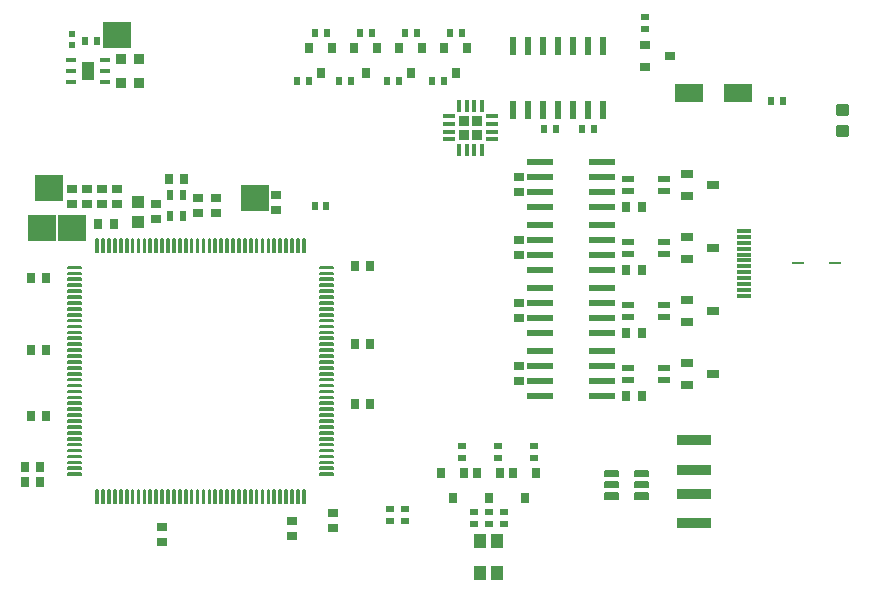
<source format=gbr>
G04 EAGLE Gerber RS-274X export*
G75*
%MOMM*%
%FSLAX34Y34*%
%LPD*%
%INSolderpaste Top*%
%IPPOS*%
%AMOC8*
5,1,8,0,0,1.08239X$1,22.5*%
G01*
%ADD10R,0.600000X0.700000*%
%ADD11R,0.508000X0.965200*%
%ADD12R,0.900000X0.700000*%
%ADD13R,0.700000X0.900000*%
%ADD14R,1.000000X1.100000*%
%ADD15R,2.200000X0.600000*%
%ADD16R,1.050000X0.500000*%
%ADD17R,1.000000X0.700000*%
%ADD18R,0.600000X1.500000*%
%ADD19R,0.800000X0.900000*%
%ADD20R,0.535100X0.644000*%
%ADD21R,1.100000X1.150000*%
%ADD22R,0.700000X0.600000*%
%ADD23R,3.000000X0.900000*%
%ADD24C,0.145000*%
%ADD25C,0.159000*%
%ADD26R,1.200000X0.300000*%
%ADD27R,1.000000X0.200000*%
%ADD28R,2.392000X1.565300*%
%ADD29R,0.900000X0.800000*%
%ADD30R,0.644000X0.535100*%
%ADD31C,0.300000*%
%ADD32R,1.011931X1.581138*%
%ADD33R,0.840000X0.420000*%
%ADD34R,0.920900X0.970200*%
%ADD35R,0.629100X0.560000*%
%ADD36R,2.489200X2.235200*%
%ADD37R,0.960000X0.960000*%
%ADD38R,1.050000X0.340000*%
%ADD39R,0.340000X1.050000*%


D10*
X396160Y363220D03*
X386160Y363220D03*
D11*
X263525Y371983D03*
X263525Y354457D03*
X274955Y354457D03*
X274955Y371983D03*
D12*
X287020Y356720D03*
X287020Y369720D03*
D13*
X262740Y386080D03*
X275740Y386080D03*
D14*
X236220Y349640D03*
X236220Y366640D03*
D13*
X420220Y312420D03*
X433220Y312420D03*
X153820Y129540D03*
X140820Y129540D03*
X158900Y241300D03*
X145900Y241300D03*
X158900Y185420D03*
X145900Y185420D03*
D12*
X302260Y356720D03*
X302260Y369720D03*
X401320Y103020D03*
X401320Y90020D03*
D13*
X420220Y195580D03*
X433220Y195580D03*
X420220Y246380D03*
X433220Y246380D03*
X158900Y302260D03*
X145900Y302260D03*
D12*
X256540Y91590D03*
X256540Y78590D03*
X353060Y359260D03*
X353060Y372260D03*
X180340Y364340D03*
X180340Y377340D03*
X193040Y364340D03*
X193040Y377340D03*
X218440Y364340D03*
X218440Y377340D03*
D13*
X203050Y347980D03*
X216050Y347980D03*
D12*
X367030Y96670D03*
X367030Y83670D03*
D13*
X153820Y142240D03*
X140820Y142240D03*
D15*
X577250Y280670D03*
X629250Y280670D03*
X577250Y293370D03*
X577250Y267970D03*
X577250Y255270D03*
X629250Y293370D03*
X629250Y267970D03*
X629250Y255270D03*
D13*
X650090Y255270D03*
X663090Y255270D03*
D12*
X558800Y267820D03*
X558800Y280820D03*
D16*
X651500Y279320D03*
X651500Y269320D03*
X682000Y269320D03*
X682000Y279320D03*
D17*
X723470Y274320D03*
X701470Y264820D03*
X701470Y283820D03*
D15*
X577250Y334010D03*
X629250Y334010D03*
X577250Y346710D03*
X577250Y321310D03*
X577250Y308610D03*
X629250Y346710D03*
X629250Y321310D03*
X629250Y308610D03*
D13*
X650090Y308610D03*
X663090Y308610D03*
D12*
X558800Y321160D03*
X558800Y334160D03*
D16*
X651500Y332660D03*
X651500Y322660D03*
X682000Y322660D03*
X682000Y332660D03*
D17*
X723470Y327660D03*
X701470Y318160D03*
X701470Y337160D03*
D15*
X577250Y387350D03*
X629250Y387350D03*
X577250Y400050D03*
X577250Y374650D03*
X577250Y361950D03*
X629250Y400050D03*
X629250Y374650D03*
X629250Y361950D03*
D13*
X650090Y361950D03*
X663090Y361950D03*
D12*
X558800Y374500D03*
X558800Y387500D03*
D16*
X651500Y386000D03*
X651500Y376000D03*
X682000Y376000D03*
X682000Y386000D03*
D17*
X723470Y381000D03*
X701470Y371500D03*
X701470Y390500D03*
D15*
X577250Y227330D03*
X629250Y227330D03*
X577250Y240030D03*
X577250Y214630D03*
X577250Y201930D03*
X629250Y240030D03*
X629250Y214630D03*
X629250Y201930D03*
D13*
X650090Y201930D03*
X663090Y201930D03*
D12*
X558800Y214480D03*
X558800Y227480D03*
D16*
X651500Y225980D03*
X651500Y215980D03*
X682000Y215980D03*
X682000Y225980D03*
D17*
X723470Y220980D03*
X701470Y211480D03*
X701470Y230480D03*
D18*
X629920Y498170D03*
X617220Y498170D03*
X604520Y498170D03*
X591820Y498170D03*
X579120Y498170D03*
X566420Y498170D03*
X553720Y498170D03*
X553720Y444170D03*
X566420Y444170D03*
X579120Y444170D03*
X591820Y444170D03*
X604520Y444170D03*
X617220Y444170D03*
X629920Y444170D03*
D19*
X476860Y496410D03*
X457860Y496410D03*
X467360Y475410D03*
X514960Y496410D03*
X495960Y496410D03*
X505460Y475410D03*
X400660Y496410D03*
X381660Y496410D03*
X391160Y475410D03*
X438760Y496410D03*
X419760Y496410D03*
X429260Y475410D03*
D20*
X462285Y509270D03*
X472435Y509270D03*
X457195Y468630D03*
X447045Y468630D03*
X500385Y509270D03*
X510535Y509270D03*
X495295Y468630D03*
X485145Y468630D03*
X386085Y509270D03*
X396235Y509270D03*
X380995Y468630D03*
X370845Y468630D03*
X424185Y509270D03*
X434335Y509270D03*
X416555Y468630D03*
X406405Y468630D03*
D12*
X251460Y351640D03*
X251460Y364640D03*
D21*
X525900Y52290D03*
X540900Y52290D03*
X540900Y79790D03*
X525900Y79790D03*
D19*
X573380Y137000D03*
X554380Y137000D03*
X563880Y116000D03*
X542900Y137000D03*
X523900Y137000D03*
X533400Y116000D03*
X512420Y137000D03*
X493420Y137000D03*
X502920Y116000D03*
D22*
X546100Y94060D03*
X546100Y104060D03*
X533400Y94060D03*
X533400Y104060D03*
X520700Y94060D03*
X520700Y104060D03*
D23*
X707660Y119540D03*
X707660Y94540D03*
X707660Y139540D03*
X707660Y164540D03*
D24*
X643015Y134325D02*
X632365Y134325D01*
X632365Y138675D01*
X643015Y138675D01*
X643015Y134325D01*
X643015Y135702D02*
X632365Y135702D01*
X632365Y137079D02*
X643015Y137079D01*
X643015Y138456D02*
X632365Y138456D01*
X632365Y124825D02*
X643015Y124825D01*
X632365Y124825D02*
X632365Y129175D01*
X643015Y129175D01*
X643015Y124825D01*
X643015Y126202D02*
X632365Y126202D01*
X632365Y127579D02*
X643015Y127579D01*
X643015Y128956D02*
X632365Y128956D01*
X632365Y115325D02*
X643015Y115325D01*
X632365Y115325D02*
X632365Y119675D01*
X643015Y119675D01*
X643015Y115325D01*
X643015Y116702D02*
X632365Y116702D01*
X632365Y118079D02*
X643015Y118079D01*
X643015Y119456D02*
X632365Y119456D01*
X657465Y115325D02*
X668115Y115325D01*
X657465Y115325D02*
X657465Y119675D01*
X668115Y119675D01*
X668115Y115325D01*
X668115Y116702D02*
X657465Y116702D01*
X657465Y118079D02*
X668115Y118079D01*
X668115Y119456D02*
X657465Y119456D01*
X657465Y124825D02*
X668115Y124825D01*
X657465Y124825D02*
X657465Y129175D01*
X668115Y129175D01*
X668115Y124825D01*
X668115Y126202D02*
X657465Y126202D01*
X657465Y127579D02*
X668115Y127579D01*
X668115Y128956D02*
X657465Y128956D01*
X657465Y134325D02*
X668115Y134325D01*
X657465Y134325D02*
X657465Y138675D01*
X668115Y138675D01*
X668115Y134325D01*
X668115Y135702D02*
X657465Y135702D01*
X657465Y137079D02*
X668115Y137079D01*
X668115Y138456D02*
X657465Y138456D01*
D22*
X449580Y106600D03*
X449580Y96600D03*
X462280Y106600D03*
X462280Y96600D03*
D25*
X377765Y324315D02*
X377765Y335325D01*
X377765Y324315D02*
X376355Y324315D01*
X376355Y335325D01*
X377765Y335325D01*
X377765Y325825D02*
X376355Y325825D01*
X376355Y327335D02*
X377765Y327335D01*
X377765Y328845D02*
X376355Y328845D01*
X376355Y330355D02*
X377765Y330355D01*
X377765Y331865D02*
X376355Y331865D01*
X376355Y333375D02*
X377765Y333375D01*
X377765Y334885D02*
X376355Y334885D01*
X372765Y335325D02*
X372765Y324315D01*
X371355Y324315D01*
X371355Y335325D01*
X372765Y335325D01*
X372765Y325825D02*
X371355Y325825D01*
X371355Y327335D02*
X372765Y327335D01*
X372765Y328845D02*
X371355Y328845D01*
X371355Y330355D02*
X372765Y330355D01*
X372765Y331865D02*
X371355Y331865D01*
X371355Y333375D02*
X372765Y333375D01*
X372765Y334885D02*
X371355Y334885D01*
X367765Y335325D02*
X367765Y324315D01*
X366355Y324315D01*
X366355Y335325D01*
X367765Y335325D01*
X367765Y325825D02*
X366355Y325825D01*
X366355Y327335D02*
X367765Y327335D01*
X367765Y328845D02*
X366355Y328845D01*
X366355Y330355D02*
X367765Y330355D01*
X367765Y331865D02*
X366355Y331865D01*
X366355Y333375D02*
X367765Y333375D01*
X367765Y334885D02*
X366355Y334885D01*
X362765Y335325D02*
X362765Y324315D01*
X361355Y324315D01*
X361355Y335325D01*
X362765Y335325D01*
X362765Y325825D02*
X361355Y325825D01*
X361355Y327335D02*
X362765Y327335D01*
X362765Y328845D02*
X361355Y328845D01*
X361355Y330355D02*
X362765Y330355D01*
X362765Y331865D02*
X361355Y331865D01*
X361355Y333375D02*
X362765Y333375D01*
X362765Y334885D02*
X361355Y334885D01*
X357765Y335325D02*
X357765Y324315D01*
X356355Y324315D01*
X356355Y335325D01*
X357765Y335325D01*
X357765Y325825D02*
X356355Y325825D01*
X356355Y327335D02*
X357765Y327335D01*
X357765Y328845D02*
X356355Y328845D01*
X356355Y330355D02*
X357765Y330355D01*
X357765Y331865D02*
X356355Y331865D01*
X356355Y333375D02*
X357765Y333375D01*
X357765Y334885D02*
X356355Y334885D01*
X352765Y335325D02*
X352765Y324315D01*
X351355Y324315D01*
X351355Y335325D01*
X352765Y335325D01*
X352765Y325825D02*
X351355Y325825D01*
X351355Y327335D02*
X352765Y327335D01*
X352765Y328845D02*
X351355Y328845D01*
X351355Y330355D02*
X352765Y330355D01*
X352765Y331865D02*
X351355Y331865D01*
X351355Y333375D02*
X352765Y333375D01*
X352765Y334885D02*
X351355Y334885D01*
X347765Y335325D02*
X347765Y324315D01*
X346355Y324315D01*
X346355Y335325D01*
X347765Y335325D01*
X347765Y325825D02*
X346355Y325825D01*
X346355Y327335D02*
X347765Y327335D01*
X347765Y328845D02*
X346355Y328845D01*
X346355Y330355D02*
X347765Y330355D01*
X347765Y331865D02*
X346355Y331865D01*
X346355Y333375D02*
X347765Y333375D01*
X347765Y334885D02*
X346355Y334885D01*
X342765Y335325D02*
X342765Y324315D01*
X341355Y324315D01*
X341355Y335325D01*
X342765Y335325D01*
X342765Y325825D02*
X341355Y325825D01*
X341355Y327335D02*
X342765Y327335D01*
X342765Y328845D02*
X341355Y328845D01*
X341355Y330355D02*
X342765Y330355D01*
X342765Y331865D02*
X341355Y331865D01*
X341355Y333375D02*
X342765Y333375D01*
X342765Y334885D02*
X341355Y334885D01*
X337765Y335325D02*
X337765Y324315D01*
X336355Y324315D01*
X336355Y335325D01*
X337765Y335325D01*
X337765Y325825D02*
X336355Y325825D01*
X336355Y327335D02*
X337765Y327335D01*
X337765Y328845D02*
X336355Y328845D01*
X336355Y330355D02*
X337765Y330355D01*
X337765Y331865D02*
X336355Y331865D01*
X336355Y333375D02*
X337765Y333375D01*
X337765Y334885D02*
X336355Y334885D01*
X332765Y335325D02*
X332765Y324315D01*
X331355Y324315D01*
X331355Y335325D01*
X332765Y335325D01*
X332765Y325825D02*
X331355Y325825D01*
X331355Y327335D02*
X332765Y327335D01*
X332765Y328845D02*
X331355Y328845D01*
X331355Y330355D02*
X332765Y330355D01*
X332765Y331865D02*
X331355Y331865D01*
X331355Y333375D02*
X332765Y333375D01*
X332765Y334885D02*
X331355Y334885D01*
X327765Y335325D02*
X327765Y324315D01*
X326355Y324315D01*
X326355Y335325D01*
X327765Y335325D01*
X327765Y325825D02*
X326355Y325825D01*
X326355Y327335D02*
X327765Y327335D01*
X327765Y328845D02*
X326355Y328845D01*
X326355Y330355D02*
X327765Y330355D01*
X327765Y331865D02*
X326355Y331865D01*
X326355Y333375D02*
X327765Y333375D01*
X327765Y334885D02*
X326355Y334885D01*
X322765Y335325D02*
X322765Y324315D01*
X321355Y324315D01*
X321355Y335325D01*
X322765Y335325D01*
X322765Y325825D02*
X321355Y325825D01*
X321355Y327335D02*
X322765Y327335D01*
X322765Y328845D02*
X321355Y328845D01*
X321355Y330355D02*
X322765Y330355D01*
X322765Y331865D02*
X321355Y331865D01*
X321355Y333375D02*
X322765Y333375D01*
X322765Y334885D02*
X321355Y334885D01*
X317765Y335325D02*
X317765Y324315D01*
X316355Y324315D01*
X316355Y335325D01*
X317765Y335325D01*
X317765Y325825D02*
X316355Y325825D01*
X316355Y327335D02*
X317765Y327335D01*
X317765Y328845D02*
X316355Y328845D01*
X316355Y330355D02*
X317765Y330355D01*
X317765Y331865D02*
X316355Y331865D01*
X316355Y333375D02*
X317765Y333375D01*
X317765Y334885D02*
X316355Y334885D01*
X312765Y335325D02*
X312765Y324315D01*
X311355Y324315D01*
X311355Y335325D01*
X312765Y335325D01*
X312765Y325825D02*
X311355Y325825D01*
X311355Y327335D02*
X312765Y327335D01*
X312765Y328845D02*
X311355Y328845D01*
X311355Y330355D02*
X312765Y330355D01*
X312765Y331865D02*
X311355Y331865D01*
X311355Y333375D02*
X312765Y333375D01*
X312765Y334885D02*
X311355Y334885D01*
X307765Y335325D02*
X307765Y324315D01*
X306355Y324315D01*
X306355Y335325D01*
X307765Y335325D01*
X307765Y325825D02*
X306355Y325825D01*
X306355Y327335D02*
X307765Y327335D01*
X307765Y328845D02*
X306355Y328845D01*
X306355Y330355D02*
X307765Y330355D01*
X307765Y331865D02*
X306355Y331865D01*
X306355Y333375D02*
X307765Y333375D01*
X307765Y334885D02*
X306355Y334885D01*
X302765Y335325D02*
X302765Y324315D01*
X301355Y324315D01*
X301355Y335325D01*
X302765Y335325D01*
X302765Y325825D02*
X301355Y325825D01*
X301355Y327335D02*
X302765Y327335D01*
X302765Y328845D02*
X301355Y328845D01*
X301355Y330355D02*
X302765Y330355D01*
X302765Y331865D02*
X301355Y331865D01*
X301355Y333375D02*
X302765Y333375D01*
X302765Y334885D02*
X301355Y334885D01*
X297765Y335325D02*
X297765Y324315D01*
X296355Y324315D01*
X296355Y335325D01*
X297765Y335325D01*
X297765Y325825D02*
X296355Y325825D01*
X296355Y327335D02*
X297765Y327335D01*
X297765Y328845D02*
X296355Y328845D01*
X296355Y330355D02*
X297765Y330355D01*
X297765Y331865D02*
X296355Y331865D01*
X296355Y333375D02*
X297765Y333375D01*
X297765Y334885D02*
X296355Y334885D01*
X292765Y335325D02*
X292765Y324315D01*
X291355Y324315D01*
X291355Y335325D01*
X292765Y335325D01*
X292765Y325825D02*
X291355Y325825D01*
X291355Y327335D02*
X292765Y327335D01*
X292765Y328845D02*
X291355Y328845D01*
X291355Y330355D02*
X292765Y330355D01*
X292765Y331865D02*
X291355Y331865D01*
X291355Y333375D02*
X292765Y333375D01*
X292765Y334885D02*
X291355Y334885D01*
X287765Y335325D02*
X287765Y324315D01*
X286355Y324315D01*
X286355Y335325D01*
X287765Y335325D01*
X287765Y325825D02*
X286355Y325825D01*
X286355Y327335D02*
X287765Y327335D01*
X287765Y328845D02*
X286355Y328845D01*
X286355Y330355D02*
X287765Y330355D01*
X287765Y331865D02*
X286355Y331865D01*
X286355Y333375D02*
X287765Y333375D01*
X287765Y334885D02*
X286355Y334885D01*
X282765Y335325D02*
X282765Y324315D01*
X281355Y324315D01*
X281355Y335325D01*
X282765Y335325D01*
X282765Y325825D02*
X281355Y325825D01*
X281355Y327335D02*
X282765Y327335D01*
X282765Y328845D02*
X281355Y328845D01*
X281355Y330355D02*
X282765Y330355D01*
X282765Y331865D02*
X281355Y331865D01*
X281355Y333375D02*
X282765Y333375D01*
X282765Y334885D02*
X281355Y334885D01*
X277765Y335325D02*
X277765Y324315D01*
X276355Y324315D01*
X276355Y335325D01*
X277765Y335325D01*
X277765Y325825D02*
X276355Y325825D01*
X276355Y327335D02*
X277765Y327335D01*
X277765Y328845D02*
X276355Y328845D01*
X276355Y330355D02*
X277765Y330355D01*
X277765Y331865D02*
X276355Y331865D01*
X276355Y333375D02*
X277765Y333375D01*
X277765Y334885D02*
X276355Y334885D01*
X272765Y335325D02*
X272765Y324315D01*
X271355Y324315D01*
X271355Y335325D01*
X272765Y335325D01*
X272765Y325825D02*
X271355Y325825D01*
X271355Y327335D02*
X272765Y327335D01*
X272765Y328845D02*
X271355Y328845D01*
X271355Y330355D02*
X272765Y330355D01*
X272765Y331865D02*
X271355Y331865D01*
X271355Y333375D02*
X272765Y333375D01*
X272765Y334885D02*
X271355Y334885D01*
X267765Y335325D02*
X267765Y324315D01*
X266355Y324315D01*
X266355Y335325D01*
X267765Y335325D01*
X267765Y325825D02*
X266355Y325825D01*
X266355Y327335D02*
X267765Y327335D01*
X267765Y328845D02*
X266355Y328845D01*
X266355Y330355D02*
X267765Y330355D01*
X267765Y331865D02*
X266355Y331865D01*
X266355Y333375D02*
X267765Y333375D01*
X267765Y334885D02*
X266355Y334885D01*
X262765Y335325D02*
X262765Y324315D01*
X261355Y324315D01*
X261355Y335325D01*
X262765Y335325D01*
X262765Y325825D02*
X261355Y325825D01*
X261355Y327335D02*
X262765Y327335D01*
X262765Y328845D02*
X261355Y328845D01*
X261355Y330355D02*
X262765Y330355D01*
X262765Y331865D02*
X261355Y331865D01*
X261355Y333375D02*
X262765Y333375D01*
X262765Y334885D02*
X261355Y334885D01*
X257765Y335325D02*
X257765Y324315D01*
X256355Y324315D01*
X256355Y335325D01*
X257765Y335325D01*
X257765Y325825D02*
X256355Y325825D01*
X256355Y327335D02*
X257765Y327335D01*
X257765Y328845D02*
X256355Y328845D01*
X256355Y330355D02*
X257765Y330355D01*
X257765Y331865D02*
X256355Y331865D01*
X256355Y333375D02*
X257765Y333375D01*
X257765Y334885D02*
X256355Y334885D01*
X252765Y335325D02*
X252765Y324315D01*
X251355Y324315D01*
X251355Y335325D01*
X252765Y335325D01*
X252765Y325825D02*
X251355Y325825D01*
X251355Y327335D02*
X252765Y327335D01*
X252765Y328845D02*
X251355Y328845D01*
X251355Y330355D02*
X252765Y330355D01*
X252765Y331865D02*
X251355Y331865D01*
X251355Y333375D02*
X252765Y333375D01*
X252765Y334885D02*
X251355Y334885D01*
X247765Y335325D02*
X247765Y324315D01*
X246355Y324315D01*
X246355Y335325D01*
X247765Y335325D01*
X247765Y325825D02*
X246355Y325825D01*
X246355Y327335D02*
X247765Y327335D01*
X247765Y328845D02*
X246355Y328845D01*
X246355Y330355D02*
X247765Y330355D01*
X247765Y331865D02*
X246355Y331865D01*
X246355Y333375D02*
X247765Y333375D01*
X247765Y334885D02*
X246355Y334885D01*
X242765Y335325D02*
X242765Y324315D01*
X241355Y324315D01*
X241355Y335325D01*
X242765Y335325D01*
X242765Y325825D02*
X241355Y325825D01*
X241355Y327335D02*
X242765Y327335D01*
X242765Y328845D02*
X241355Y328845D01*
X241355Y330355D02*
X242765Y330355D01*
X242765Y331865D02*
X241355Y331865D01*
X241355Y333375D02*
X242765Y333375D01*
X242765Y334885D02*
X241355Y334885D01*
X237765Y335325D02*
X237765Y324315D01*
X236355Y324315D01*
X236355Y335325D01*
X237765Y335325D01*
X237765Y325825D02*
X236355Y325825D01*
X236355Y327335D02*
X237765Y327335D01*
X237765Y328845D02*
X236355Y328845D01*
X236355Y330355D02*
X237765Y330355D01*
X237765Y331865D02*
X236355Y331865D01*
X236355Y333375D02*
X237765Y333375D01*
X237765Y334885D02*
X236355Y334885D01*
X232765Y335325D02*
X232765Y324315D01*
X231355Y324315D01*
X231355Y335325D01*
X232765Y335325D01*
X232765Y325825D02*
X231355Y325825D01*
X231355Y327335D02*
X232765Y327335D01*
X232765Y328845D02*
X231355Y328845D01*
X231355Y330355D02*
X232765Y330355D01*
X232765Y331865D02*
X231355Y331865D01*
X231355Y333375D02*
X232765Y333375D01*
X232765Y334885D02*
X231355Y334885D01*
X227765Y335325D02*
X227765Y324315D01*
X226355Y324315D01*
X226355Y335325D01*
X227765Y335325D01*
X227765Y325825D02*
X226355Y325825D01*
X226355Y327335D02*
X227765Y327335D01*
X227765Y328845D02*
X226355Y328845D01*
X226355Y330355D02*
X227765Y330355D01*
X227765Y331865D02*
X226355Y331865D01*
X226355Y333375D02*
X227765Y333375D01*
X227765Y334885D02*
X226355Y334885D01*
X222765Y335325D02*
X222765Y324315D01*
X221355Y324315D01*
X221355Y335325D01*
X222765Y335325D01*
X222765Y325825D02*
X221355Y325825D01*
X221355Y327335D02*
X222765Y327335D01*
X222765Y328845D02*
X221355Y328845D01*
X221355Y330355D02*
X222765Y330355D01*
X222765Y331865D02*
X221355Y331865D01*
X221355Y333375D02*
X222765Y333375D01*
X222765Y334885D02*
X221355Y334885D01*
X217765Y335325D02*
X217765Y324315D01*
X216355Y324315D01*
X216355Y335325D01*
X217765Y335325D01*
X217765Y325825D02*
X216355Y325825D01*
X216355Y327335D02*
X217765Y327335D01*
X217765Y328845D02*
X216355Y328845D01*
X216355Y330355D02*
X217765Y330355D01*
X217765Y331865D02*
X216355Y331865D01*
X216355Y333375D02*
X217765Y333375D01*
X217765Y334885D02*
X216355Y334885D01*
X212765Y335325D02*
X212765Y324315D01*
X211355Y324315D01*
X211355Y335325D01*
X212765Y335325D01*
X212765Y325825D02*
X211355Y325825D01*
X211355Y327335D02*
X212765Y327335D01*
X212765Y328845D02*
X211355Y328845D01*
X211355Y330355D02*
X212765Y330355D01*
X212765Y331865D02*
X211355Y331865D01*
X211355Y333375D02*
X212765Y333375D01*
X212765Y334885D02*
X211355Y334885D01*
X207765Y335325D02*
X207765Y324315D01*
X206355Y324315D01*
X206355Y335325D01*
X207765Y335325D01*
X207765Y325825D02*
X206355Y325825D01*
X206355Y327335D02*
X207765Y327335D01*
X207765Y328845D02*
X206355Y328845D01*
X206355Y330355D02*
X207765Y330355D01*
X207765Y331865D02*
X206355Y331865D01*
X206355Y333375D02*
X207765Y333375D01*
X207765Y334885D02*
X206355Y334885D01*
X202765Y335325D02*
X202765Y324315D01*
X201355Y324315D01*
X201355Y335325D01*
X202765Y335325D01*
X202765Y325825D02*
X201355Y325825D01*
X201355Y327335D02*
X202765Y327335D01*
X202765Y328845D02*
X201355Y328845D01*
X201355Y330355D02*
X202765Y330355D01*
X202765Y331865D02*
X201355Y331865D01*
X201355Y333375D02*
X202765Y333375D01*
X202765Y334885D02*
X201355Y334885D01*
X188765Y311725D02*
X177755Y311725D01*
X188765Y311725D02*
X188765Y310315D01*
X177755Y310315D01*
X177755Y311725D01*
X177755Y306725D02*
X188765Y306725D01*
X188765Y305315D01*
X177755Y305315D01*
X177755Y306725D01*
X177755Y301725D02*
X188765Y301725D01*
X188765Y300315D01*
X177755Y300315D01*
X177755Y301725D01*
X177755Y296725D02*
X188765Y296725D01*
X188765Y295315D01*
X177755Y295315D01*
X177755Y296725D01*
X177755Y291725D02*
X188765Y291725D01*
X188765Y290315D01*
X177755Y290315D01*
X177755Y291725D01*
X177755Y286725D02*
X188765Y286725D01*
X188765Y285315D01*
X177755Y285315D01*
X177755Y286725D01*
X177755Y281725D02*
X188765Y281725D01*
X188765Y280315D01*
X177755Y280315D01*
X177755Y281725D01*
X177755Y276725D02*
X188765Y276725D01*
X188765Y275315D01*
X177755Y275315D01*
X177755Y276725D01*
X177755Y271725D02*
X188765Y271725D01*
X188765Y270315D01*
X177755Y270315D01*
X177755Y271725D01*
X177755Y266725D02*
X188765Y266725D01*
X188765Y265315D01*
X177755Y265315D01*
X177755Y266725D01*
X177755Y261725D02*
X188765Y261725D01*
X188765Y260315D01*
X177755Y260315D01*
X177755Y261725D01*
X177755Y256725D02*
X188765Y256725D01*
X188765Y255315D01*
X177755Y255315D01*
X177755Y256725D01*
X177755Y251725D02*
X188765Y251725D01*
X188765Y250315D01*
X177755Y250315D01*
X177755Y251725D01*
X177755Y246725D02*
X188765Y246725D01*
X188765Y245315D01*
X177755Y245315D01*
X177755Y246725D01*
X177755Y241725D02*
X188765Y241725D01*
X188765Y240315D01*
X177755Y240315D01*
X177755Y241725D01*
X177755Y236725D02*
X188765Y236725D01*
X188765Y235315D01*
X177755Y235315D01*
X177755Y236725D01*
X177755Y231725D02*
X188765Y231725D01*
X188765Y230315D01*
X177755Y230315D01*
X177755Y231725D01*
X177755Y226725D02*
X188765Y226725D01*
X188765Y225315D01*
X177755Y225315D01*
X177755Y226725D01*
X177755Y221725D02*
X188765Y221725D01*
X188765Y220315D01*
X177755Y220315D01*
X177755Y221725D01*
X177755Y216725D02*
X188765Y216725D01*
X188765Y215315D01*
X177755Y215315D01*
X177755Y216725D01*
X177755Y211725D02*
X188765Y211725D01*
X188765Y210315D01*
X177755Y210315D01*
X177755Y211725D01*
X177755Y206725D02*
X188765Y206725D01*
X188765Y205315D01*
X177755Y205315D01*
X177755Y206725D01*
X177755Y201725D02*
X188765Y201725D01*
X188765Y200315D01*
X177755Y200315D01*
X177755Y201725D01*
X177755Y196725D02*
X188765Y196725D01*
X188765Y195315D01*
X177755Y195315D01*
X177755Y196725D01*
X177755Y191725D02*
X188765Y191725D01*
X188765Y190315D01*
X177755Y190315D01*
X177755Y191725D01*
X177755Y186725D02*
X188765Y186725D01*
X188765Y185315D01*
X177755Y185315D01*
X177755Y186725D01*
X177755Y181725D02*
X188765Y181725D01*
X188765Y180315D01*
X177755Y180315D01*
X177755Y181725D01*
X177755Y176725D02*
X188765Y176725D01*
X188765Y175315D01*
X177755Y175315D01*
X177755Y176725D01*
X177755Y171725D02*
X188765Y171725D01*
X188765Y170315D01*
X177755Y170315D01*
X177755Y171725D01*
X177755Y166725D02*
X188765Y166725D01*
X188765Y165315D01*
X177755Y165315D01*
X177755Y166725D01*
X177755Y161725D02*
X188765Y161725D01*
X188765Y160315D01*
X177755Y160315D01*
X177755Y161725D01*
X177755Y156725D02*
X188765Y156725D01*
X188765Y155315D01*
X177755Y155315D01*
X177755Y156725D01*
X177755Y151725D02*
X188765Y151725D01*
X188765Y150315D01*
X177755Y150315D01*
X177755Y151725D01*
X177755Y146725D02*
X188765Y146725D01*
X188765Y145315D01*
X177755Y145315D01*
X177755Y146725D01*
X177755Y141725D02*
X188765Y141725D01*
X188765Y140315D01*
X177755Y140315D01*
X177755Y141725D01*
X177755Y136725D02*
X188765Y136725D01*
X188765Y135315D01*
X177755Y135315D01*
X177755Y136725D01*
X201355Y122725D02*
X201355Y111715D01*
X201355Y122725D02*
X202765Y122725D01*
X202765Y111715D01*
X201355Y111715D01*
X201355Y113225D02*
X202765Y113225D01*
X202765Y114735D02*
X201355Y114735D01*
X201355Y116245D02*
X202765Y116245D01*
X202765Y117755D02*
X201355Y117755D01*
X201355Y119265D02*
X202765Y119265D01*
X202765Y120775D02*
X201355Y120775D01*
X201355Y122285D02*
X202765Y122285D01*
X206355Y122725D02*
X206355Y111715D01*
X206355Y122725D02*
X207765Y122725D01*
X207765Y111715D01*
X206355Y111715D01*
X206355Y113225D02*
X207765Y113225D01*
X207765Y114735D02*
X206355Y114735D01*
X206355Y116245D02*
X207765Y116245D01*
X207765Y117755D02*
X206355Y117755D01*
X206355Y119265D02*
X207765Y119265D01*
X207765Y120775D02*
X206355Y120775D01*
X206355Y122285D02*
X207765Y122285D01*
X211355Y122725D02*
X211355Y111715D01*
X211355Y122725D02*
X212765Y122725D01*
X212765Y111715D01*
X211355Y111715D01*
X211355Y113225D02*
X212765Y113225D01*
X212765Y114735D02*
X211355Y114735D01*
X211355Y116245D02*
X212765Y116245D01*
X212765Y117755D02*
X211355Y117755D01*
X211355Y119265D02*
X212765Y119265D01*
X212765Y120775D02*
X211355Y120775D01*
X211355Y122285D02*
X212765Y122285D01*
X216355Y122725D02*
X216355Y111715D01*
X216355Y122725D02*
X217765Y122725D01*
X217765Y111715D01*
X216355Y111715D01*
X216355Y113225D02*
X217765Y113225D01*
X217765Y114735D02*
X216355Y114735D01*
X216355Y116245D02*
X217765Y116245D01*
X217765Y117755D02*
X216355Y117755D01*
X216355Y119265D02*
X217765Y119265D01*
X217765Y120775D02*
X216355Y120775D01*
X216355Y122285D02*
X217765Y122285D01*
X221355Y122725D02*
X221355Y111715D01*
X221355Y122725D02*
X222765Y122725D01*
X222765Y111715D01*
X221355Y111715D01*
X221355Y113225D02*
X222765Y113225D01*
X222765Y114735D02*
X221355Y114735D01*
X221355Y116245D02*
X222765Y116245D01*
X222765Y117755D02*
X221355Y117755D01*
X221355Y119265D02*
X222765Y119265D01*
X222765Y120775D02*
X221355Y120775D01*
X221355Y122285D02*
X222765Y122285D01*
X226355Y122725D02*
X226355Y111715D01*
X226355Y122725D02*
X227765Y122725D01*
X227765Y111715D01*
X226355Y111715D01*
X226355Y113225D02*
X227765Y113225D01*
X227765Y114735D02*
X226355Y114735D01*
X226355Y116245D02*
X227765Y116245D01*
X227765Y117755D02*
X226355Y117755D01*
X226355Y119265D02*
X227765Y119265D01*
X227765Y120775D02*
X226355Y120775D01*
X226355Y122285D02*
X227765Y122285D01*
X231355Y122725D02*
X231355Y111715D01*
X231355Y122725D02*
X232765Y122725D01*
X232765Y111715D01*
X231355Y111715D01*
X231355Y113225D02*
X232765Y113225D01*
X232765Y114735D02*
X231355Y114735D01*
X231355Y116245D02*
X232765Y116245D01*
X232765Y117755D02*
X231355Y117755D01*
X231355Y119265D02*
X232765Y119265D01*
X232765Y120775D02*
X231355Y120775D01*
X231355Y122285D02*
X232765Y122285D01*
X236355Y122725D02*
X236355Y111715D01*
X236355Y122725D02*
X237765Y122725D01*
X237765Y111715D01*
X236355Y111715D01*
X236355Y113225D02*
X237765Y113225D01*
X237765Y114735D02*
X236355Y114735D01*
X236355Y116245D02*
X237765Y116245D01*
X237765Y117755D02*
X236355Y117755D01*
X236355Y119265D02*
X237765Y119265D01*
X237765Y120775D02*
X236355Y120775D01*
X236355Y122285D02*
X237765Y122285D01*
X241355Y122725D02*
X241355Y111715D01*
X241355Y122725D02*
X242765Y122725D01*
X242765Y111715D01*
X241355Y111715D01*
X241355Y113225D02*
X242765Y113225D01*
X242765Y114735D02*
X241355Y114735D01*
X241355Y116245D02*
X242765Y116245D01*
X242765Y117755D02*
X241355Y117755D01*
X241355Y119265D02*
X242765Y119265D01*
X242765Y120775D02*
X241355Y120775D01*
X241355Y122285D02*
X242765Y122285D01*
X246355Y122725D02*
X246355Y111715D01*
X246355Y122725D02*
X247765Y122725D01*
X247765Y111715D01*
X246355Y111715D01*
X246355Y113225D02*
X247765Y113225D01*
X247765Y114735D02*
X246355Y114735D01*
X246355Y116245D02*
X247765Y116245D01*
X247765Y117755D02*
X246355Y117755D01*
X246355Y119265D02*
X247765Y119265D01*
X247765Y120775D02*
X246355Y120775D01*
X246355Y122285D02*
X247765Y122285D01*
X251355Y122725D02*
X251355Y111715D01*
X251355Y122725D02*
X252765Y122725D01*
X252765Y111715D01*
X251355Y111715D01*
X251355Y113225D02*
X252765Y113225D01*
X252765Y114735D02*
X251355Y114735D01*
X251355Y116245D02*
X252765Y116245D01*
X252765Y117755D02*
X251355Y117755D01*
X251355Y119265D02*
X252765Y119265D01*
X252765Y120775D02*
X251355Y120775D01*
X251355Y122285D02*
X252765Y122285D01*
X256355Y122725D02*
X256355Y111715D01*
X256355Y122725D02*
X257765Y122725D01*
X257765Y111715D01*
X256355Y111715D01*
X256355Y113225D02*
X257765Y113225D01*
X257765Y114735D02*
X256355Y114735D01*
X256355Y116245D02*
X257765Y116245D01*
X257765Y117755D02*
X256355Y117755D01*
X256355Y119265D02*
X257765Y119265D01*
X257765Y120775D02*
X256355Y120775D01*
X256355Y122285D02*
X257765Y122285D01*
X261355Y122725D02*
X261355Y111715D01*
X261355Y122725D02*
X262765Y122725D01*
X262765Y111715D01*
X261355Y111715D01*
X261355Y113225D02*
X262765Y113225D01*
X262765Y114735D02*
X261355Y114735D01*
X261355Y116245D02*
X262765Y116245D01*
X262765Y117755D02*
X261355Y117755D01*
X261355Y119265D02*
X262765Y119265D01*
X262765Y120775D02*
X261355Y120775D01*
X261355Y122285D02*
X262765Y122285D01*
X266355Y122725D02*
X266355Y111715D01*
X266355Y122725D02*
X267765Y122725D01*
X267765Y111715D01*
X266355Y111715D01*
X266355Y113225D02*
X267765Y113225D01*
X267765Y114735D02*
X266355Y114735D01*
X266355Y116245D02*
X267765Y116245D01*
X267765Y117755D02*
X266355Y117755D01*
X266355Y119265D02*
X267765Y119265D01*
X267765Y120775D02*
X266355Y120775D01*
X266355Y122285D02*
X267765Y122285D01*
X271355Y122725D02*
X271355Y111715D01*
X271355Y122725D02*
X272765Y122725D01*
X272765Y111715D01*
X271355Y111715D01*
X271355Y113225D02*
X272765Y113225D01*
X272765Y114735D02*
X271355Y114735D01*
X271355Y116245D02*
X272765Y116245D01*
X272765Y117755D02*
X271355Y117755D01*
X271355Y119265D02*
X272765Y119265D01*
X272765Y120775D02*
X271355Y120775D01*
X271355Y122285D02*
X272765Y122285D01*
X276355Y122725D02*
X276355Y111715D01*
X276355Y122725D02*
X277765Y122725D01*
X277765Y111715D01*
X276355Y111715D01*
X276355Y113225D02*
X277765Y113225D01*
X277765Y114735D02*
X276355Y114735D01*
X276355Y116245D02*
X277765Y116245D01*
X277765Y117755D02*
X276355Y117755D01*
X276355Y119265D02*
X277765Y119265D01*
X277765Y120775D02*
X276355Y120775D01*
X276355Y122285D02*
X277765Y122285D01*
X281355Y122725D02*
X281355Y111715D01*
X281355Y122725D02*
X282765Y122725D01*
X282765Y111715D01*
X281355Y111715D01*
X281355Y113225D02*
X282765Y113225D01*
X282765Y114735D02*
X281355Y114735D01*
X281355Y116245D02*
X282765Y116245D01*
X282765Y117755D02*
X281355Y117755D01*
X281355Y119265D02*
X282765Y119265D01*
X282765Y120775D02*
X281355Y120775D01*
X281355Y122285D02*
X282765Y122285D01*
X286355Y122725D02*
X286355Y111715D01*
X286355Y122725D02*
X287765Y122725D01*
X287765Y111715D01*
X286355Y111715D01*
X286355Y113225D02*
X287765Y113225D01*
X287765Y114735D02*
X286355Y114735D01*
X286355Y116245D02*
X287765Y116245D01*
X287765Y117755D02*
X286355Y117755D01*
X286355Y119265D02*
X287765Y119265D01*
X287765Y120775D02*
X286355Y120775D01*
X286355Y122285D02*
X287765Y122285D01*
X291355Y122725D02*
X291355Y111715D01*
X291355Y122725D02*
X292765Y122725D01*
X292765Y111715D01*
X291355Y111715D01*
X291355Y113225D02*
X292765Y113225D01*
X292765Y114735D02*
X291355Y114735D01*
X291355Y116245D02*
X292765Y116245D01*
X292765Y117755D02*
X291355Y117755D01*
X291355Y119265D02*
X292765Y119265D01*
X292765Y120775D02*
X291355Y120775D01*
X291355Y122285D02*
X292765Y122285D01*
X296355Y122725D02*
X296355Y111715D01*
X296355Y122725D02*
X297765Y122725D01*
X297765Y111715D01*
X296355Y111715D01*
X296355Y113225D02*
X297765Y113225D01*
X297765Y114735D02*
X296355Y114735D01*
X296355Y116245D02*
X297765Y116245D01*
X297765Y117755D02*
X296355Y117755D01*
X296355Y119265D02*
X297765Y119265D01*
X297765Y120775D02*
X296355Y120775D01*
X296355Y122285D02*
X297765Y122285D01*
X301355Y122725D02*
X301355Y111715D01*
X301355Y122725D02*
X302765Y122725D01*
X302765Y111715D01*
X301355Y111715D01*
X301355Y113225D02*
X302765Y113225D01*
X302765Y114735D02*
X301355Y114735D01*
X301355Y116245D02*
X302765Y116245D01*
X302765Y117755D02*
X301355Y117755D01*
X301355Y119265D02*
X302765Y119265D01*
X302765Y120775D02*
X301355Y120775D01*
X301355Y122285D02*
X302765Y122285D01*
X306355Y122725D02*
X306355Y111715D01*
X306355Y122725D02*
X307765Y122725D01*
X307765Y111715D01*
X306355Y111715D01*
X306355Y113225D02*
X307765Y113225D01*
X307765Y114735D02*
X306355Y114735D01*
X306355Y116245D02*
X307765Y116245D01*
X307765Y117755D02*
X306355Y117755D01*
X306355Y119265D02*
X307765Y119265D01*
X307765Y120775D02*
X306355Y120775D01*
X306355Y122285D02*
X307765Y122285D01*
X311355Y122725D02*
X311355Y111715D01*
X311355Y122725D02*
X312765Y122725D01*
X312765Y111715D01*
X311355Y111715D01*
X311355Y113225D02*
X312765Y113225D01*
X312765Y114735D02*
X311355Y114735D01*
X311355Y116245D02*
X312765Y116245D01*
X312765Y117755D02*
X311355Y117755D01*
X311355Y119265D02*
X312765Y119265D01*
X312765Y120775D02*
X311355Y120775D01*
X311355Y122285D02*
X312765Y122285D01*
X316355Y122725D02*
X316355Y111715D01*
X316355Y122725D02*
X317765Y122725D01*
X317765Y111715D01*
X316355Y111715D01*
X316355Y113225D02*
X317765Y113225D01*
X317765Y114735D02*
X316355Y114735D01*
X316355Y116245D02*
X317765Y116245D01*
X317765Y117755D02*
X316355Y117755D01*
X316355Y119265D02*
X317765Y119265D01*
X317765Y120775D02*
X316355Y120775D01*
X316355Y122285D02*
X317765Y122285D01*
X321355Y122725D02*
X321355Y111715D01*
X321355Y122725D02*
X322765Y122725D01*
X322765Y111715D01*
X321355Y111715D01*
X321355Y113225D02*
X322765Y113225D01*
X322765Y114735D02*
X321355Y114735D01*
X321355Y116245D02*
X322765Y116245D01*
X322765Y117755D02*
X321355Y117755D01*
X321355Y119265D02*
X322765Y119265D01*
X322765Y120775D02*
X321355Y120775D01*
X321355Y122285D02*
X322765Y122285D01*
X326355Y122725D02*
X326355Y111715D01*
X326355Y122725D02*
X327765Y122725D01*
X327765Y111715D01*
X326355Y111715D01*
X326355Y113225D02*
X327765Y113225D01*
X327765Y114735D02*
X326355Y114735D01*
X326355Y116245D02*
X327765Y116245D01*
X327765Y117755D02*
X326355Y117755D01*
X326355Y119265D02*
X327765Y119265D01*
X327765Y120775D02*
X326355Y120775D01*
X326355Y122285D02*
X327765Y122285D01*
X331355Y122725D02*
X331355Y111715D01*
X331355Y122725D02*
X332765Y122725D01*
X332765Y111715D01*
X331355Y111715D01*
X331355Y113225D02*
X332765Y113225D01*
X332765Y114735D02*
X331355Y114735D01*
X331355Y116245D02*
X332765Y116245D01*
X332765Y117755D02*
X331355Y117755D01*
X331355Y119265D02*
X332765Y119265D01*
X332765Y120775D02*
X331355Y120775D01*
X331355Y122285D02*
X332765Y122285D01*
X336355Y122725D02*
X336355Y111715D01*
X336355Y122725D02*
X337765Y122725D01*
X337765Y111715D01*
X336355Y111715D01*
X336355Y113225D02*
X337765Y113225D01*
X337765Y114735D02*
X336355Y114735D01*
X336355Y116245D02*
X337765Y116245D01*
X337765Y117755D02*
X336355Y117755D01*
X336355Y119265D02*
X337765Y119265D01*
X337765Y120775D02*
X336355Y120775D01*
X336355Y122285D02*
X337765Y122285D01*
X341355Y122725D02*
X341355Y111715D01*
X341355Y122725D02*
X342765Y122725D01*
X342765Y111715D01*
X341355Y111715D01*
X341355Y113225D02*
X342765Y113225D01*
X342765Y114735D02*
X341355Y114735D01*
X341355Y116245D02*
X342765Y116245D01*
X342765Y117755D02*
X341355Y117755D01*
X341355Y119265D02*
X342765Y119265D01*
X342765Y120775D02*
X341355Y120775D01*
X341355Y122285D02*
X342765Y122285D01*
X346355Y122725D02*
X346355Y111715D01*
X346355Y122725D02*
X347765Y122725D01*
X347765Y111715D01*
X346355Y111715D01*
X346355Y113225D02*
X347765Y113225D01*
X347765Y114735D02*
X346355Y114735D01*
X346355Y116245D02*
X347765Y116245D01*
X347765Y117755D02*
X346355Y117755D01*
X346355Y119265D02*
X347765Y119265D01*
X347765Y120775D02*
X346355Y120775D01*
X346355Y122285D02*
X347765Y122285D01*
X351355Y122725D02*
X351355Y111715D01*
X351355Y122725D02*
X352765Y122725D01*
X352765Y111715D01*
X351355Y111715D01*
X351355Y113225D02*
X352765Y113225D01*
X352765Y114735D02*
X351355Y114735D01*
X351355Y116245D02*
X352765Y116245D01*
X352765Y117755D02*
X351355Y117755D01*
X351355Y119265D02*
X352765Y119265D01*
X352765Y120775D02*
X351355Y120775D01*
X351355Y122285D02*
X352765Y122285D01*
X356355Y122725D02*
X356355Y111715D01*
X356355Y122725D02*
X357765Y122725D01*
X357765Y111715D01*
X356355Y111715D01*
X356355Y113225D02*
X357765Y113225D01*
X357765Y114735D02*
X356355Y114735D01*
X356355Y116245D02*
X357765Y116245D01*
X357765Y117755D02*
X356355Y117755D01*
X356355Y119265D02*
X357765Y119265D01*
X357765Y120775D02*
X356355Y120775D01*
X356355Y122285D02*
X357765Y122285D01*
X361355Y122725D02*
X361355Y111715D01*
X361355Y122725D02*
X362765Y122725D01*
X362765Y111715D01*
X361355Y111715D01*
X361355Y113225D02*
X362765Y113225D01*
X362765Y114735D02*
X361355Y114735D01*
X361355Y116245D02*
X362765Y116245D01*
X362765Y117755D02*
X361355Y117755D01*
X361355Y119265D02*
X362765Y119265D01*
X362765Y120775D02*
X361355Y120775D01*
X361355Y122285D02*
X362765Y122285D01*
X366355Y122725D02*
X366355Y111715D01*
X366355Y122725D02*
X367765Y122725D01*
X367765Y111715D01*
X366355Y111715D01*
X366355Y113225D02*
X367765Y113225D01*
X367765Y114735D02*
X366355Y114735D01*
X366355Y116245D02*
X367765Y116245D01*
X367765Y117755D02*
X366355Y117755D01*
X366355Y119265D02*
X367765Y119265D01*
X367765Y120775D02*
X366355Y120775D01*
X366355Y122285D02*
X367765Y122285D01*
X371355Y122725D02*
X371355Y111715D01*
X371355Y122725D02*
X372765Y122725D01*
X372765Y111715D01*
X371355Y111715D01*
X371355Y113225D02*
X372765Y113225D01*
X372765Y114735D02*
X371355Y114735D01*
X371355Y116245D02*
X372765Y116245D01*
X372765Y117755D02*
X371355Y117755D01*
X371355Y119265D02*
X372765Y119265D01*
X372765Y120775D02*
X371355Y120775D01*
X371355Y122285D02*
X372765Y122285D01*
X376355Y122725D02*
X376355Y111715D01*
X376355Y122725D02*
X377765Y122725D01*
X377765Y111715D01*
X376355Y111715D01*
X376355Y113225D02*
X377765Y113225D01*
X377765Y114735D02*
X376355Y114735D01*
X376355Y116245D02*
X377765Y116245D01*
X377765Y117755D02*
X376355Y117755D01*
X376355Y119265D02*
X377765Y119265D01*
X377765Y120775D02*
X376355Y120775D01*
X376355Y122285D02*
X377765Y122285D01*
X390355Y135315D02*
X401365Y135315D01*
X390355Y135315D02*
X390355Y136725D01*
X401365Y136725D01*
X401365Y135315D01*
X401365Y140315D02*
X390355Y140315D01*
X390355Y141725D01*
X401365Y141725D01*
X401365Y140315D01*
X401365Y145315D02*
X390355Y145315D01*
X390355Y146725D01*
X401365Y146725D01*
X401365Y145315D01*
X401365Y150315D02*
X390355Y150315D01*
X390355Y151725D01*
X401365Y151725D01*
X401365Y150315D01*
X401365Y155315D02*
X390355Y155315D01*
X390355Y156725D01*
X401365Y156725D01*
X401365Y155315D01*
X401365Y160315D02*
X390355Y160315D01*
X390355Y161725D01*
X401365Y161725D01*
X401365Y160315D01*
X401365Y165315D02*
X390355Y165315D01*
X390355Y166725D01*
X401365Y166725D01*
X401365Y165315D01*
X401365Y170315D02*
X390355Y170315D01*
X390355Y171725D01*
X401365Y171725D01*
X401365Y170315D01*
X401365Y175315D02*
X390355Y175315D01*
X390355Y176725D01*
X401365Y176725D01*
X401365Y175315D01*
X401365Y180315D02*
X390355Y180315D01*
X390355Y181725D01*
X401365Y181725D01*
X401365Y180315D01*
X401365Y185315D02*
X390355Y185315D01*
X390355Y186725D01*
X401365Y186725D01*
X401365Y185315D01*
X401365Y190315D02*
X390355Y190315D01*
X390355Y191725D01*
X401365Y191725D01*
X401365Y190315D01*
X401365Y195315D02*
X390355Y195315D01*
X390355Y196725D01*
X401365Y196725D01*
X401365Y195315D01*
X401365Y200315D02*
X390355Y200315D01*
X390355Y201725D01*
X401365Y201725D01*
X401365Y200315D01*
X401365Y205315D02*
X390355Y205315D01*
X390355Y206725D01*
X401365Y206725D01*
X401365Y205315D01*
X401365Y210315D02*
X390355Y210315D01*
X390355Y211725D01*
X401365Y211725D01*
X401365Y210315D01*
X401365Y215315D02*
X390355Y215315D01*
X390355Y216725D01*
X401365Y216725D01*
X401365Y215315D01*
X401365Y220315D02*
X390355Y220315D01*
X390355Y221725D01*
X401365Y221725D01*
X401365Y220315D01*
X401365Y225315D02*
X390355Y225315D01*
X390355Y226725D01*
X401365Y226725D01*
X401365Y225315D01*
X401365Y230315D02*
X390355Y230315D01*
X390355Y231725D01*
X401365Y231725D01*
X401365Y230315D01*
X401365Y235315D02*
X390355Y235315D01*
X390355Y236725D01*
X401365Y236725D01*
X401365Y235315D01*
X401365Y240315D02*
X390355Y240315D01*
X390355Y241725D01*
X401365Y241725D01*
X401365Y240315D01*
X401365Y245315D02*
X390355Y245315D01*
X390355Y246725D01*
X401365Y246725D01*
X401365Y245315D01*
X401365Y250315D02*
X390355Y250315D01*
X390355Y251725D01*
X401365Y251725D01*
X401365Y250315D01*
X401365Y255315D02*
X390355Y255315D01*
X390355Y256725D01*
X401365Y256725D01*
X401365Y255315D01*
X401365Y260315D02*
X390355Y260315D01*
X390355Y261725D01*
X401365Y261725D01*
X401365Y260315D01*
X401365Y265315D02*
X390355Y265315D01*
X390355Y266725D01*
X401365Y266725D01*
X401365Y265315D01*
X401365Y270315D02*
X390355Y270315D01*
X390355Y271725D01*
X401365Y271725D01*
X401365Y270315D01*
X401365Y275315D02*
X390355Y275315D01*
X390355Y276725D01*
X401365Y276725D01*
X401365Y275315D01*
X401365Y280315D02*
X390355Y280315D01*
X390355Y281725D01*
X401365Y281725D01*
X401365Y280315D01*
X401365Y285315D02*
X390355Y285315D01*
X390355Y286725D01*
X401365Y286725D01*
X401365Y285315D01*
X401365Y290315D02*
X390355Y290315D01*
X390355Y291725D01*
X401365Y291725D01*
X401365Y290315D01*
X401365Y295315D02*
X390355Y295315D01*
X390355Y296725D01*
X401365Y296725D01*
X401365Y295315D01*
X401365Y300315D02*
X390355Y300315D01*
X390355Y301725D01*
X401365Y301725D01*
X401365Y300315D01*
X401365Y305315D02*
X390355Y305315D01*
X390355Y306725D01*
X401365Y306725D01*
X401365Y305315D01*
X401365Y310315D02*
X390355Y310315D01*
X390355Y311725D01*
X401365Y311725D01*
X401365Y310315D01*
D26*
X749628Y286952D03*
X749628Y291952D03*
X749628Y296952D03*
X749628Y301952D03*
X749628Y306952D03*
X749628Y311952D03*
X749628Y316952D03*
X749628Y321952D03*
X749628Y326952D03*
X749628Y331952D03*
X749628Y336952D03*
X749628Y341952D03*
D27*
X795428Y314452D03*
X826428Y314452D03*
D12*
X205740Y364340D03*
X205740Y377340D03*
D22*
X571500Y149940D03*
X571500Y159940D03*
X541020Y149940D03*
X541020Y159940D03*
X510540Y149940D03*
X510540Y159940D03*
D20*
X612145Y427990D03*
X622295Y427990D03*
X590545Y427990D03*
X580395Y427990D03*
D28*
X744979Y458470D03*
X702821Y458470D03*
D29*
X665640Y499720D03*
X665640Y480720D03*
X686640Y490220D03*
D30*
X665480Y513085D03*
X665480Y523235D03*
D31*
X829620Y440880D02*
X836620Y440880D01*
X829620Y440880D02*
X829620Y447880D01*
X836620Y447880D01*
X836620Y440880D01*
X836620Y443730D02*
X829620Y443730D01*
X829620Y446580D02*
X836620Y446580D01*
X836620Y423340D02*
X829620Y423340D01*
X829620Y430340D01*
X836620Y430340D01*
X836620Y423340D01*
X836620Y426190D02*
X829620Y426190D01*
X829620Y429040D02*
X836620Y429040D01*
D20*
X782315Y452120D03*
X772165Y452120D03*
D32*
X194310Y477520D03*
D33*
X179960Y487020D03*
X179960Y477520D03*
X179960Y468020D03*
X208660Y468020D03*
X208660Y477520D03*
X208660Y487020D03*
D34*
X222124Y487680D03*
X237616Y487680D03*
D20*
X191775Y502920D03*
X201925Y502920D03*
D35*
X180340Y499344D03*
X180340Y509036D03*
D34*
X222124Y467360D03*
X237616Y467360D03*
D36*
X218440Y508000D03*
X180340Y344170D03*
X154940Y344170D03*
X335280Y369570D03*
X161290Y378460D03*
D37*
X523960Y435060D03*
X523960Y423460D03*
X512360Y423460D03*
X512360Y435060D03*
D38*
X499560Y439010D03*
X499560Y432510D03*
X499560Y426010D03*
X499560Y419510D03*
D39*
X508410Y410660D03*
X514910Y410660D03*
X521410Y410660D03*
X527910Y410660D03*
D38*
X536760Y419510D03*
X536760Y426010D03*
X536760Y432510D03*
X536760Y439010D03*
D39*
X527910Y447860D03*
X521410Y447860D03*
X514910Y447860D03*
X508410Y447860D03*
M02*

</source>
